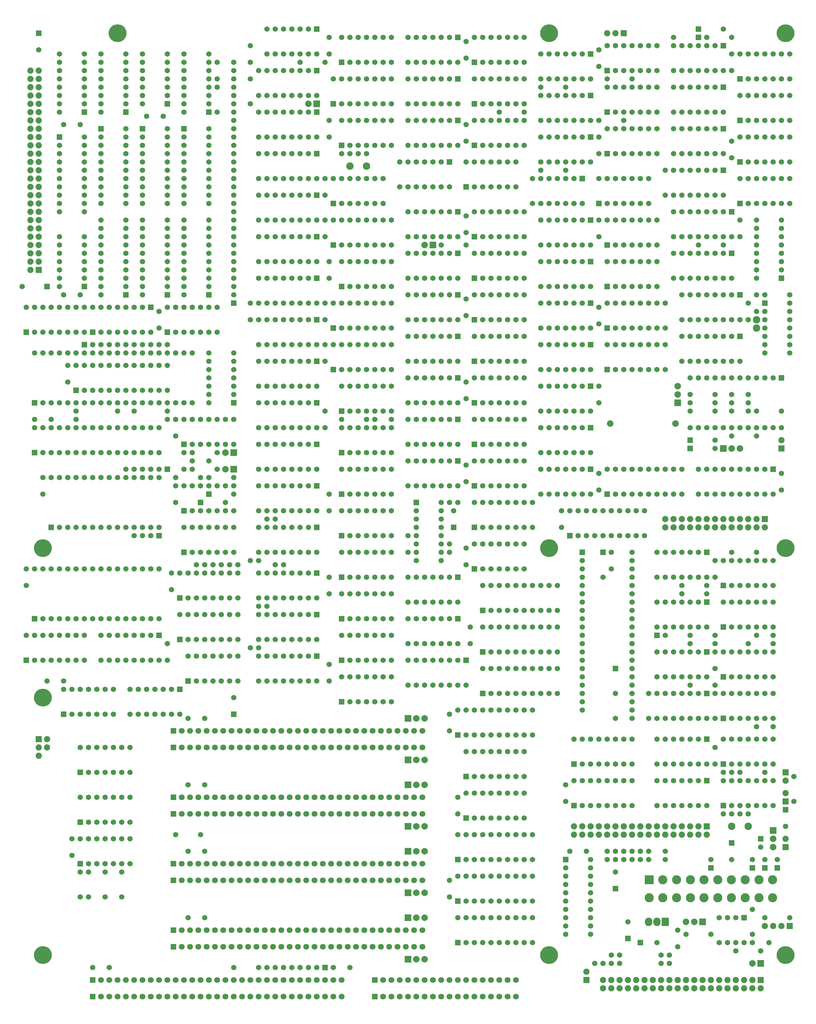
<source format=gts>
G04*
G04  File:            MAINBOARD-V10.7.1.GTS, Tue Oct 07 09:44:13 2025*
G04  Source:          P-CAD 2006 PCB, Version 19.02.958, (D:\PCAD-2006\Projects\Pentagon-4096\Hardware\MainBoard-v10.7.1.PCB)*
G04  Format:          Gerber Format (RS-274-D), ASCII*
G04*
G04  Format Options:  Absolute Positioning*
G04                   Leading-Zero Suppression*
G04                   Scale Factor 1:1*
G04                   NO Circular Interpolation*
G04                   Inch Units*
G04                   Numeric Format: 4.4 (XXXX.XXXX)*
G04                   G54 NOT Used for Aperture Change*
G04                   Apertures Embedded*
G04*
G04  File Options:    Offset = (0.0mil,0.0mil)*
G04                   Drill Symbol Size = 80.0mil*
G04                   No Pad/Via Holes*
G04*
G04  File Contents:   Pads*
G04                   No Vias*
G04                   No Designators*
G04                   No Types*
G04                   No Values*
G04                   No Drill Symbols*
G04                   Top Mask*
G04*
%INMAINBOARD-V10.7.1.GTS*%
%ICAS*%
%MOIN*%
G04*
G04  Aperture MACROs for general use --- invoked via D-code assignment *
G04*
G04  General MACRO for flashed round with rotation and/or offset hole *
%AMROTOFFROUND*
1,1,$1,0.0000,0.0000*
1,0,$2,$3,$4*%
G04*
G04  General MACRO for flashed oval (obround) with rotation and/or offset hole *
%AMROTOFFOVAL*
21,1,$1,$2,0.0000,0.0000,$3*
1,1,$4,$5,$6*
1,1,$4,0-$5,0-$6*
1,0,$7,$8,$9*%
G04*
G04  General MACRO for flashed oval (obround) with rotation and no hole *
%AMROTOVALNOHOLE*
21,1,$1,$2,0.0000,0.0000,$3*
1,1,$4,$5,$6*
1,1,$4,0-$5,0-$6*%
G04*
G04  General MACRO for flashed rectangle with rotation and/or offset hole *
%AMROTOFFRECT*
21,1,$1,$2,0.0000,0.0000,$3*
1,0,$4,$5,$6*%
G04*
G04  General MACRO for flashed rectangle with rotation and no hole *
%AMROTRECTNOHOLE*
21,1,$1,$2,0.0000,0.0000,$3*%
G04*
G04  General MACRO for flashed rounded-rectangle *
%AMROUNDRECT*
21,1,$1,$2-$4,0.0000,0.0000,$3*
21,1,$1-$4,$2,0.0000,0.0000,$3*
1,1,$4,$5,$6*
1,1,$4,$7,$8*
1,1,$4,0-$5,0-$6*
1,1,$4,0-$7,0-$8*
1,0,$9,$10,$11*%
G04*
G04  General MACRO for flashed rounded-rectangle with rotation and no hole *
%AMROUNDRECTNOHOLE*
21,1,$1,$2-$4,0.0000,0.0000,$3*
21,1,$1-$4,$2,0.0000,0.0000,$3*
1,1,$4,$5,$6*
1,1,$4,$7,$8*
1,1,$4,0-$5,0-$6*
1,1,$4,0-$7,0-$8*%
G04*
G04  General MACRO for flashed regular polygon *
%AMREGPOLY*
5,1,$1,0.0000,0.0000,$2,$3+$4*
1,0,$5,$6,$7*%
G04*
G04  General MACRO for flashed regular polygon with no hole *
%AMREGPOLYNOHOLE*
5,1,$1,0.0000,0.0000,$2,$3+$4*%
G04*
G04  General MACRO for target *
%AMTARGET*
6,0,0,$1,$2,$3,4,$4,$5,$6*%
G04*
G04  General MACRO for mounting hole *
%AMMTHOLE*
1,1,$1,0,0*
1,0,$2,0,0*
$1=$1-$2*
$1=$1/2*
21,1,$2+$1,$3,0,0,$4*
21,1,$3,$2+$1,0,0,$4*%
G04*
G04*
G04  D10 : "Ellipse X8.0mil Y8.0mil H0.0mil 0.0deg (0.0mil,0.0mil) Draw"*
G04  Disc: OuterDia=0.0080*
%ADD10C, 0.0080*%
G04  D11 : "Ellipse X10.0mil Y10.0mil H0.0mil 0.0deg (0.0mil,0.0mil) Draw"*
G04  Disc: OuterDia=0.0100*
%ADD11C, 0.0100*%
G04  D12 : "Ellipse X15.0mil Y15.0mil H0.0mil 0.0deg (0.0mil,0.0mil) Draw"*
G04  Disc: OuterDia=0.0150*
%ADD12C, 0.0150*%
G04  D13 : "Ellipse X20.0mil Y20.0mil H0.0mil 0.0deg (0.0mil,0.0mil) Draw"*
G04  Disc: OuterDia=0.0200*
%ADD13C, 0.0200*%
G04  D14 : "Ellipse X25.0mil Y25.0mil H0.0mil 0.0deg (0.0mil,0.0mil) Draw"*
G04  Disc: OuterDia=0.0250*
%ADD14C, 0.0250*%
G04  D15 : "Ellipse X30.0mil Y30.0mil H0.0mil 0.0deg (0.0mil,0.0mil) Draw"*
G04  Disc: OuterDia=0.0300*
%ADD15C, 0.0300*%
G04  D16 : "Ellipse X40.0mil Y40.0mil H0.0mil 0.0deg (0.0mil,0.0mil) Draw"*
G04  Disc: OuterDia=0.0400*
%ADD16C, 0.0400*%
G04  D17 : "Ellipse X5.0mil Y5.0mil H0.0mil 0.0deg (0.0mil,0.0mil) Draw"*
G04  Disc: OuterDia=0.0050*
%ADD17C, 0.0050*%
G04  D18 : "Ellipse X6.0mil Y6.0mil H0.0mil 0.0deg (0.0mil,0.0mil) Draw"*
G04  Disc: OuterDia=0.0060*
%ADD18C, 0.0060*%
G04  D19 : "Ellipse X9.8mil Y9.8mil H0.0mil 0.0deg (0.0mil,0.0mil) Draw"*
G04  Disc: OuterDia=0.0098*
%ADD19C, 0.0098*%
G04  D20 : "Ellipse X110.0mil Y110.0mil H0.0mil 0.0deg (0.0mil,0.0mil) Flash"*
G04  Disc: OuterDia=0.1100*
%ADD20C, 0.1100*%
G04  D21 : "Ellipse X200.0mil Y200.0mil H0.0mil 0.0deg (0.0mil,0.0mil) Flash"*
G04  Disc: OuterDia=0.2000*
%ADD21C, 0.2000*%
G04  D22 : "Ellipse X215.0mil Y215.0mil H0.0mil 0.0deg (0.0mil,0.0mil) Flash"*
G04  Disc: OuterDia=0.2150*
%ADD22C, 0.2150*%
G04  D23 : "Ellipse X50.0mil Y50.0mil H0.0mil 0.0deg (0.0mil,0.0mil) Flash"*
G04  Disc: OuterDia=0.0500*
%ADD23C, 0.0500*%
G04  D24 : "Ellipse X56.0mil Y56.0mil H0.0mil 0.0deg (0.0mil,0.0mil) Flash"*
G04  Disc: OuterDia=0.0560*
%ADD24C, 0.0560*%
G04  D25 : "Ellipse X60.0mil Y60.0mil H0.0mil 0.0deg (0.0mil,0.0mil) Flash"*
G04  Disc: OuterDia=0.0600*
%ADD25C, 0.0600*%
G04  D26 : "Ellipse X64.0mil Y64.0mil H0.0mil 0.0deg (0.0mil,0.0mil) Flash"*
G04  Disc: OuterDia=0.0640*
%ADD26C, 0.0640*%
G04  D27 : "Ellipse X65.0mil Y65.0mil H0.0mil 0.0deg (0.0mil,0.0mil) Flash"*
G04  Disc: OuterDia=0.0650*
%ADD27C, 0.0650*%
G04  D28 : "Ellipse X71.0mil Y71.0mil H0.0mil 0.0deg (0.0mil,0.0mil) Flash"*
G04  Disc: OuterDia=0.0710*
%ADD28C, 0.0710*%
G04  D29 : "Ellipse X75.0mil Y75.0mil H0.0mil 0.0deg (0.0mil,0.0mil) Flash"*
G04  Disc: OuterDia=0.0750*
%ADD29C, 0.0750*%
G04  D30 : "Ellipse X79.0mil Y79.0mil H0.0mil 0.0deg (0.0mil,0.0mil) Flash"*
G04  Disc: OuterDia=0.0790*
%ADD30C, 0.0790*%
G04  D31 : "Ellipse X90.0mil Y90.0mil H0.0mil 0.0deg (0.0mil,0.0mil) Flash"*
G04  Disc: OuterDia=0.0900*
%ADD31C, 0.0900*%
G04  D32 : "Ellipse X95.0mil Y95.0mil H0.0mil 0.0deg (0.0mil,0.0mil) Flash"*
G04  Disc: OuterDia=0.0950*
%ADD32C, 0.0950*%
G04  D33 : "Oval X75.0mil Y87.0mil H0.0mil 0.0deg (0.0mil,0.0mil) Flash"*
G04  Obround: DimX=0.0750, DimY=0.0870, Rotation=0.0, OffsetX=0.0000, OffsetY=0.0000, HoleDia=0.0000 *
%ADD33O, 0.0750 X0.0870*%
G04  D34 : "Oval X90.0mil Y102.0mil H0.0mil 0.0deg (0.0mil,0.0mil) Flash"*
G04  Obround: DimX=0.0900, DimY=0.1020, Rotation=0.0, OffsetX=0.0000, OffsetY=0.0000, HoleDia=0.0000 *
%ADD34O, 0.0900 X0.1020*%
G04  D35 : "Rectangle X110.0mil Y110.0mil H0.0mil 0.0deg (0.0mil,0.0mil) Flash"*
G04  Square: Side=0.1100, Rotation=0.0, OffsetX=0.0000, OffsetY=0.0000, HoleDia=0.0000*
%ADD35R, 0.1100 X0.1100*%
G04  D36 : "Rectangle X50.0mil Y50.0mil H0.0mil 0.0deg (0.0mil,0.0mil) Flash"*
G04  Square: Side=0.0500, Rotation=0.0, OffsetX=0.0000, OffsetY=0.0000, HoleDia=0.0000*
%ADD36R, 0.0500 X0.0500*%
G04  D37 : "Rectangle X56.0mil Y56.0mil H0.0mil 0.0deg (0.0mil,0.0mil) Flash"*
G04  Square: Side=0.0560, Rotation=0.0, OffsetX=0.0000, OffsetY=0.0000, HoleDia=0.0000*
%ADD37R, 0.0560 X0.0560*%
G04  D38 : "Rectangle X60.0mil Y60.0mil H0.0mil 0.0deg (0.0mil,0.0mil) Flash"*
G04  Square: Side=0.0600, Rotation=0.0, OffsetX=0.0000, OffsetY=0.0000, HoleDia=0.0000*
%ADD38R, 0.0600 X0.0600*%
G04  D39 : "Rectangle X64.0mil Y64.0mil H0.0mil 0.0deg (0.0mil,0.0mil) Flash"*
G04  Square: Side=0.0640, Rotation=0.0, OffsetX=0.0000, OffsetY=0.0000, HoleDia=0.0000*
%ADD39R, 0.0640 X0.0640*%
G04  D40 : "Rectangle X65.0mil Y65.0mil H0.0mil 0.0deg (0.0mil,0.0mil) Flash"*
G04  Square: Side=0.0650, Rotation=0.0, OffsetX=0.0000, OffsetY=0.0000, HoleDia=0.0000*
%ADD40R, 0.0650 X0.0650*%
G04  D41 : "Rectangle X71.0mil Y71.0mil H0.0mil 0.0deg (0.0mil,0.0mil) Flash"*
G04  Square: Side=0.0710, Rotation=0.0, OffsetX=0.0000, OffsetY=0.0000, HoleDia=0.0000*
%ADD41R, 0.0710 X0.0710*%
G04  D42 : "Rectangle X75.0mil Y75.0mil H0.0mil 0.0deg (0.0mil,0.0mil) Flash"*
G04  Square: Side=0.0750, Rotation=0.0, OffsetX=0.0000, OffsetY=0.0000, HoleDia=0.0000*
%ADD42R, 0.0750 X0.0750*%
G04  D43 : "Rectangle X75.0mil Y87.0mil H0.0mil 0.0deg (0.0mil,0.0mil) Flash"*
G04  Rectangular: DimX=0.0750, DimY=0.0870, Rotation=0.0, OffsetX=0.0000, OffsetY=0.0000, HoleDia=0.0000 *
%ADD43R, 0.0750 X0.0870*%
G04  D44 : "Rectangle X79.0mil Y79.0mil H0.0mil 0.0deg (0.0mil,0.0mil) Flash"*
G04  Square: Side=0.0790, Rotation=0.0, OffsetX=0.0000, OffsetY=0.0000, HoleDia=0.0000*
%ADD44R, 0.0790 X0.0790*%
G04  D45 : "Rectangle X90.0mil Y102.0mil H0.0mil 0.0deg (0.0mil,0.0mil) Flash"*
G04  Rectangular: DimX=0.0900, DimY=0.1020, Rotation=0.0, OffsetX=0.0000, OffsetY=0.0000, HoleDia=0.0000 *
%ADD45R, 0.0900 X0.1020*%
G04  D46 : "Rectangle X95.0mil Y95.0mil H0.0mil 0.0deg (0.0mil,0.0mil) Flash"*
G04  Square: Side=0.0950, Rotation=0.0, OffsetX=0.0000, OffsetY=0.0000, HoleDia=0.0000*
%ADD46R, 0.0950 X0.0950*%
G04  D47 : "Ellipse X102.0mil Y102.0mil H0.0mil 0.0deg (0.0mil,0.0mil) Flash"*
G04  Disc: OuterDia=0.1020*
%ADD47C, 0.1020*%
G04  D48 : "Ellipse X118.0mil Y118.0mil H0.0mil 0.0deg (0.0mil,0.0mil) Flash"*
G04  Disc: OuterDia=0.1180*
%ADD48C, 0.1180*%
G04  D49 : "Ellipse X133.0mil Y133.0mil H0.0mil 0.0deg (0.0mil,0.0mil) Flash"*
G04  Disc: OuterDia=0.1330*
%ADD49C, 0.1330*%
G04  D50 : "Ellipse X20.0mil Y20.0mil H0.0mil 0.0deg (0.0mil,0.0mil) Flash"*
G04  Disc: OuterDia=0.0200*
%ADD50C, 0.0200*%
G04  D51 : "Ellipse X35.0mil Y35.0mil H0.0mil 0.0deg (0.0mil,0.0mil) Flash"*
G04  Disc: OuterDia=0.0350*
%ADD51C, 0.0350*%
G04  D52 : "Ellipse X55.0mil Y55.0mil H0.0mil 0.0deg (0.0mil,0.0mil) Flash"*
G04  Disc: OuterDia=0.0550*
%ADD52C, 0.0550*%
G04  D53 : "Ellipse X70.0mil Y70.0mil H0.0mil 0.0deg (0.0mil,0.0mil) Flash"*
G04  Disc: OuterDia=0.0700*
%ADD53C, 0.0700*%
G04  D54 : "Ellipse X87.0mil Y87.0mil H0.0mil 0.0deg (0.0mil,0.0mil) Flash"*
G04  Disc: OuterDia=0.0870*
%ADD54C, 0.0870*%
G04*
%FSLAX44Y44*%
%SFA1B1*%
%OFA0.0000B0.0000*%
G04*
G70*
G90*
G01*
D2*
%LNTop Mask*%
D27*
X154000Y123500D3*
Y125500D3*
X155000Y153500D3*
Y155500D3*
Y183500D3*
Y185500D3*
Y204500D3*
Y206500D3*
D22*
X193500Y106500D3*
Y217500D3*
D27*
X104000Y162000D3*
Y164000D3*
X107000Y175500D3*
Y177500D3*
X109500Y116500D3*
Y113500D3*
X108500Y116500D3*
Y113500D3*
X111500Y116500D3*
Y113500D3*
X119000Y144000D3*
Y142000D3*
X118000Y177500D3*
Y174500D3*
X119000Y172000D3*
Y171000D3*
Y177500D3*
Y174500D3*
X118000Y184000D3*
Y182000D3*
X121000Y167000D3*
Y165000D3*
X125000Y208000D3*
Y211000D3*
Y214000D3*
Y212000D3*
X127500Y153500D3*
X126500D3*
X138500Y141500D3*
Y139500D3*
Y152000D3*
Y150000D3*
Y162000D3*
Y160000D3*
Y188000D3*
Y190000D3*
Y215000D3*
Y217000D3*
X148000Y155000D3*
Y157000D3*
X155000Y163500D3*
Y165500D3*
Y173500D3*
Y175500D3*
Y214500D3*
Y216500D3*
X167000Y125000D3*
Y127000D3*
X166500Y158000D3*
Y160000D3*
X172500Y105500D3*
Y106500D3*
X173000Y118000D3*
Y119000D3*
X172000D3*
Y118000D3*
D40*
X173000Y141000D3*
D27*
Y138000D3*
X172500Y155000D3*
Y153000D3*
X175000Y118000D3*
Y119000D3*
X176000Y118000D3*
Y119000D3*
X178500Y105500D3*
Y106500D3*
D40*
X184500Y117000D3*
D27*
Y118000D3*
X185000Y131500D3*
Y129500D3*
Y135000D3*
Y138000D3*
Y141000D3*
Y143000D3*
Y152000D3*
Y154000D3*
X187000Y202500D3*
Y204500D3*
Y213000D3*
Y215000D3*
D40*
X191000Y117000D3*
D27*
Y118000D3*
D40*
X190500Y120500D3*
D27*
Y119500D3*
X190000Y186000D3*
Y184000D3*
D42*
X193500Y128500D3*
D29*
Y127500D3*
D40*
Y124000D3*
D27*
Y122000D3*
D22*
Y155500D3*
D27*
X193000Y164500D3*
Y162500D3*
D40*
X110000Y181500D3*
D27*
Y184500D3*
X138500Y205000D3*
Y207000D3*
X155000Y193500D3*
Y195500D3*
X180500Y109500D3*
Y107500D3*
X188000Y195000D3*
Y193000D3*
X189500Y109000D3*
Y112000D3*
D22*
X104000Y106500D3*
D27*
X104500Y139500D3*
X106500D3*
X119500Y150500D3*
Y152500D3*
X115000Y172000D3*
X113000D3*
X118500Y207500D3*
X116500D3*
D22*
X113000Y217500D3*
D27*
X131000Y148500D3*
X130000D3*
X124000Y164000D3*
X127000D3*
X122000Y167000D3*
X125000D3*
X122000Y166000D3*
X124000D3*
X142000Y203000D3*
X143000D3*
X140000D3*
X141000D3*
X135000Y214000D3*
X138000D3*
D30*
X150000Y119000D3*
D44*
X148000D3*
D30*
X149000D3*
X150000Y122000D3*
D44*
X148000D3*
D30*
X149000D3*
X150000Y127000D3*
D44*
X148000D3*
D30*
X149000D3*
X150000Y130000D3*
D44*
X148000D3*
D30*
X149000D3*
D22*
X165000Y106500D3*
D27*
X162000Y208000D3*
X159000D3*
X167000Y211000D3*
X164000D3*
D22*
X165000Y217500D3*
D40*
X174500Y108500D3*
D27*
Y110500D3*
D40*
X173000Y114500D3*
D27*
Y116500D3*
X179000Y119000D3*
Y118000D3*
D40*
X178000Y145000D3*
D27*
X179000D3*
X171000Y162500D3*
Y164500D3*
X172000Y212000D3*
X175000D3*
X171000Y213500D3*
Y215500D3*
X187500Y107000D3*
X190500D3*
D31*
X187000Y122000D3*
X189000D3*
D27*
X190000Y134000D3*
X192000D3*
X185000Y139000D3*
X182000D3*
X185000Y145000D3*
X182000D3*
X192000D3*
X190000D3*
Y155000D3*
X187000D3*
Y169000D3*
X190000D3*
X182000Y173000D3*
X185000D3*
Y172000D3*
X182000D3*
X187000D3*
X189000D3*
Y173000D3*
X187000D3*
Y217000D3*
X184000D3*
X107500Y118500D3*
Y120500D3*
D22*
X104000Y137500D3*
Y155500D3*
D27*
X102000Y151000D3*
Y153000D3*
X108000Y172000D3*
Y171000D3*
X105000D3*
X103000D3*
D40*
X104500Y187000D3*
D27*
X101500D3*
X108500Y186000D3*
X106500D3*
X108500Y206500D3*
X106500D3*
X110000Y105000D3*
X112000D3*
X113500Y116500D3*
Y113500D3*
X116500Y138500D3*
X115500D3*
X118500D3*
X119500D3*
X115500Y135500D3*
X116500D3*
X119500D3*
X118500D3*
X117500Y138500D3*
X114500D3*
D40*
X120500D3*
D27*
X114500Y135500D3*
X117500D3*
X120500D3*
X115000Y165000D3*
X114000D3*
X117000D3*
X118000D3*
X116000D3*
D40*
X119000D3*
D27*
X120000Y161000D3*
Y163000D3*
X119000Y180000D3*
X118000D3*
X119000Y213000D3*
Y214000D3*
Y211000D3*
Y210000D3*
X116000Y214000D3*
Y213000D3*
Y210000D3*
Y211000D3*
X119000Y212000D3*
Y215000D3*
D40*
Y209000D3*
D27*
X116000Y215000D3*
Y212000D3*
Y209000D3*
X114000Y215000D3*
Y212000D3*
Y213000D3*
Y210000D3*
Y209000D3*
X111000Y215000D3*
Y213000D3*
Y212000D3*
Y209000D3*
Y210000D3*
X114000Y211000D3*
Y214000D3*
D40*
Y208000D3*
D27*
X111000Y214000D3*
Y211000D3*
Y208000D3*
X130000Y105000D3*
X127000D3*
X130000Y143500D3*
X129000D3*
D40*
X127000Y135500D3*
D27*
Y137500D3*
X123500Y153500D3*
X122500D3*
X125500D3*
X124500D3*
X130000Y154000D3*
X129000D3*
D30*
X126000Y167000D3*
D44*
X127000D3*
D30*
X126000Y165000D3*
D44*
X127000D3*
D40*
X124000Y162000D3*
D27*
X127000D3*
X122000Y165000D3*
X125000D3*
X127000Y177000D3*
Y178000D3*
Y175000D3*
Y174000D3*
X124000Y178000D3*
Y177000D3*
Y174000D3*
Y175000D3*
X127000Y176000D3*
Y179000D3*
D40*
Y173000D3*
D27*
X124000Y179000D3*
Y176000D3*
Y173000D3*
X129000Y183000D3*
Y185000D3*
Y209000D3*
Y212000D3*
Y216000D3*
Y214000D3*
X141000Y105000D3*
X139000D3*
X140000Y171000D3*
X143000D3*
X138000Y178000D3*
Y180000D3*
Y172000D3*
Y170000D3*
Y183000D3*
Y185000D3*
D31*
X141000Y201500D3*
X143000D3*
D27*
X138000Y198000D3*
Y200000D3*
X153000Y113500D3*
Y115500D3*
D30*
X150000Y135000D3*
D44*
X148000D3*
D30*
X149000D3*
D27*
X148000Y142000D3*
X151000D3*
X150000D3*
X153000D3*
X154000D3*
X148000Y139000D3*
X150000D3*
X151000D3*
X153000D3*
X154000D3*
X152000Y142000D3*
X149000D3*
D40*
X155000D3*
D27*
X149000Y139000D3*
X152000D3*
X155000D3*
X150000Y152000D3*
X149000D3*
X152000D3*
X153000D3*
X149000Y149000D3*
X150000D3*
X153000D3*
X152000D3*
X151000Y152000D3*
X148000D3*
D40*
X154000D3*
D27*
X148000Y149000D3*
X151000D3*
X154000D3*
X153000Y155000D3*
Y156000D3*
X150000Y166000D3*
X149000D3*
X152000D3*
X153000D3*
X149000Y163000D3*
X150000D3*
X153000D3*
X152000D3*
X151000Y166000D3*
X148000D3*
D40*
X154000D3*
D27*
X148000Y163000D3*
X151000D3*
X154000D3*
Y161000D3*
X153000D3*
D40*
X153500Y158000D3*
D27*
Y160000D3*
X150000Y176000D3*
X149000D3*
X152000D3*
X153000D3*
X149000Y173000D3*
X150000D3*
X153000D3*
X152000D3*
X151000Y176000D3*
X148000D3*
D40*
X154000D3*
D27*
X148000Y173000D3*
X151000D3*
X154000D3*
X152000Y192000D3*
X155000D3*
D30*
X150000D3*
D44*
X151000D3*
D27*
X150000Y191000D3*
X149000D3*
X152000D3*
X153000D3*
X149000Y188000D3*
X150000D3*
X153000D3*
X152000D3*
X151000Y191000D3*
X148000D3*
D40*
X154000D3*
D27*
X148000Y188000D3*
X151000D3*
X154000D3*
X150000Y186000D3*
X149000D3*
X152000D3*
X153000D3*
X149000Y183000D3*
X150000D3*
X153000D3*
X152000D3*
X151000Y186000D3*
X148000D3*
D40*
X154000D3*
D27*
X148000Y183000D3*
X151000D3*
X154000D3*
X149000Y202000D3*
X148000D3*
X151000D3*
X152000D3*
X148000Y199000D3*
X149000D3*
X152000D3*
X151000D3*
X150000Y202000D3*
X147000D3*
D40*
X153000D3*
D27*
X147000Y199000D3*
X150000D3*
X153000D3*
X150000Y212000D3*
X149000D3*
X152000D3*
X153000D3*
X149000Y209000D3*
X150000D3*
X153000D3*
X152000D3*
X151000Y212000D3*
X148000D3*
D40*
X154000D3*
D27*
X148000Y209000D3*
X151000D3*
X154000D3*
D22*
X165000Y155500D3*
D27*
X164000Y201000D3*
X167000D3*
X170500Y105500D3*
X171500D3*
X173500D3*
Y106500D3*
X179500Y105500D3*
Y106500D3*
D40*
X176000Y108000D3*
D27*
X178000D3*
X174000Y119000D3*
Y118000D3*
X177000D3*
Y119000D3*
X173000Y135000D3*
X175000D3*
D40*
X171500Y155000D3*
D27*
Y152000D3*
D30*
X180500Y174000D3*
Y175000D3*
D44*
Y173000D3*
D27*
X179000Y177000D3*
X176000D3*
X177000D3*
X174000D3*
X173000D3*
X179000Y180000D3*
X177000D3*
X176000D3*
X173000D3*
X174000D3*
X175000Y177000D3*
X178000D3*
D40*
X172000D3*
D27*
X178000Y180000D3*
X175000D3*
X172000D3*
X171000Y173000D3*
Y175000D3*
X176000Y187000D3*
X177000D3*
X174000D3*
X173000D3*
X177000Y190000D3*
X176000D3*
X173000D3*
X174000D3*
X175000Y187000D3*
X178000D3*
D40*
X172000D3*
D27*
X178000Y190000D3*
X175000D3*
X172000D3*
X179000Y182000D3*
X176000D3*
X177000D3*
X174000D3*
X173000D3*
X179000Y185000D3*
X177000D3*
X176000D3*
X173000D3*
X174000D3*
X175000Y182000D3*
X178000D3*
D40*
X172000D3*
D27*
X178000Y185000D3*
X175000D3*
X172000D3*
X171000Y182500D3*
Y184500D3*
X175000Y197000D3*
X176000D3*
X173000D3*
X172000D3*
X176000Y200000D3*
X175000D3*
X172000D3*
X173000D3*
X174000Y197000D3*
X177000D3*
D40*
X171000D3*
D27*
X177000Y200000D3*
X174000D3*
X171000D3*
Y203000D3*
Y205000D3*
X176000Y213000D3*
X177000D3*
X174000D3*
X173000D3*
X177000Y216000D3*
X176000D3*
X173000D3*
X174000D3*
X175000Y213000D3*
X178000D3*
D40*
X172000D3*
D27*
X178000Y216000D3*
X175000D3*
X172000D3*
X176000Y208000D3*
X177000D3*
X174000D3*
X173000D3*
X177000Y211000D3*
X176000D3*
X173000D3*
X174000D3*
X175000Y208000D3*
X178000D3*
D40*
X172000D3*
D27*
X178000Y211000D3*
X175000D3*
X172000D3*
X171000Y207000D3*
X174000D3*
D30*
X189500Y105500D3*
D44*
X190500D3*
D27*
X191500Y108000D3*
X189500D3*
D40*
Y117000D3*
D27*
Y118000D3*
D40*
X192500Y117000D3*
D27*
Y118000D3*
D40*
X187000Y120000D3*
D27*
Y118000D3*
X190000Y124500D3*
X191000D3*
X188000D3*
X187000D3*
X191000Y127500D3*
X190000D3*
X187000D3*
X188000D3*
X189000Y124500D3*
X192000D3*
D40*
X186000D3*
D27*
X192000Y127500D3*
X189000D3*
X186000D3*
X190000Y129500D3*
X191000D3*
X188000D3*
X187000D3*
X191000Y132500D3*
X190000D3*
X187000D3*
X188000D3*
X189000Y129500D3*
X192000D3*
D40*
X186000D3*
D27*
X192000Y132500D3*
X189000D3*
X186000D3*
Y123500D3*
X187000D3*
X188000D3*
X189000D3*
X191000Y128500D3*
X188000D3*
X187000D3*
X186000D3*
X190000Y135000D3*
X191000D3*
X188000D3*
X187000D3*
X191000Y138000D3*
X190000D3*
X187000D3*
X188000D3*
X189000Y135000D3*
X192000D3*
D40*
X186000D3*
D27*
X192000Y138000D3*
X189000D3*
X186000D3*
X190000Y140000D3*
X191000D3*
X188000D3*
X187000D3*
X191000Y143000D3*
X190000D3*
X187000D3*
X188000D3*
X189000Y140000D3*
X192000D3*
D40*
X186000D3*
D27*
X192000Y143000D3*
X189000D3*
X186000D3*
X192000Y144000D3*
X189000D3*
X185000D3*
X182000D3*
X190000Y146000D3*
X191000D3*
X188000D3*
X187000D3*
X191000Y149000D3*
X190000D3*
X187000D3*
X188000D3*
X189000Y146000D3*
X192000D3*
D40*
X186000D3*
D27*
X192000Y149000D3*
X189000D3*
X186000D3*
X190000Y151000D3*
X191000D3*
X188000D3*
X187000D3*
X191000Y154000D3*
X190000D3*
X187000D3*
X188000D3*
X189000Y151000D3*
X192000D3*
D40*
X186000D3*
D27*
X192000Y154000D3*
X189000D3*
X186000D3*
D40*
X182000Y167500D3*
D27*
X185000D3*
D30*
X188000D3*
D44*
X186000D3*
D30*
X187000D3*
D27*
X184000Y165000D3*
X183000D3*
X187000D3*
X186000D3*
X190000D3*
X189000D3*
D40*
X192000D3*
D27*
X184000Y162000D3*
X183000D3*
X187000D3*
X186000D3*
X190000D3*
X189000D3*
X192000D3*
X185000Y165000D3*
X188000D3*
X191000D3*
X185000Y162000D3*
X188000D3*
X191000D3*
X185000Y174000D3*
X182000D3*
X189000D3*
X187000D3*
X183000Y192000D3*
X186000D3*
X189000Y185000D3*
Y183000D3*
X194500Y125000D3*
Y128000D3*
D29*
X104500Y132500D3*
Y131500D3*
X103500Y130500D3*
D42*
Y132500D3*
D29*
Y131500D3*
D40*
Y217500D3*
D27*
Y215500D3*
X111000Y145000D3*
X114000D3*
X113000D3*
X116000D3*
X117000D3*
X111000Y142000D3*
X113000D3*
X114000D3*
X116000D3*
X117000D3*
X115000Y145000D3*
X112000D3*
D40*
X118000D3*
D27*
X112000Y142000D3*
X115000D3*
X118000D3*
X119000Y194000D3*
Y195000D3*
Y191000D3*
Y192000D3*
Y188000D3*
Y189000D3*
D40*
Y186000D3*
D27*
X116000Y194000D3*
Y195000D3*
Y191000D3*
Y192000D3*
Y188000D3*
Y189000D3*
Y186000D3*
X119000Y193000D3*
Y190000D3*
Y187000D3*
X116000Y193000D3*
Y190000D3*
Y187000D3*
X114000Y194000D3*
Y195000D3*
Y191000D3*
Y192000D3*
Y188000D3*
Y189000D3*
D40*
Y186000D3*
D27*
X111000Y194000D3*
Y195000D3*
Y191000D3*
Y192000D3*
Y188000D3*
Y189000D3*
Y186000D3*
X114000Y193000D3*
Y190000D3*
Y187000D3*
X111000Y193000D3*
Y190000D3*
Y187000D3*
X113000Y184500D3*
X112000D3*
X115000D3*
X116000D3*
X112000Y181500D3*
X113000D3*
X116000D3*
X115000D3*
X114000Y184500D3*
X111000D3*
D40*
X117000D3*
D27*
X111000Y181500D3*
X114000D3*
X117000D3*
Y157000D3*
X116000D3*
D40*
X118000D3*
D27*
X115000D3*
X120000Y169000D3*
Y171000D3*
X138000Y193000D3*
Y195000D3*
X150000Y147000D3*
X149000D3*
X152000D3*
X153000D3*
X149000Y144000D3*
X150000D3*
X153000D3*
X152000D3*
X151000Y147000D3*
X148000D3*
D40*
X154000D3*
D27*
X148000Y144000D3*
X151000D3*
X154000D3*
X155500Y146000D3*
Y144000D3*
X153000Y133500D3*
Y135500D3*
X150000Y181000D3*
X149000D3*
X152000D3*
X153000D3*
X149000Y178000D3*
X150000D3*
X153000D3*
X152000D3*
X151000Y181000D3*
X148000D3*
D40*
X154000D3*
D27*
X148000Y178000D3*
X151000D3*
X154000D3*
X150000Y171000D3*
X149000D3*
X152000D3*
X153000D3*
X149000Y168000D3*
X150000D3*
X153000D3*
X152000D3*
X151000Y171000D3*
X148000D3*
D40*
X154000D3*
D27*
X148000Y168000D3*
X151000D3*
X154000D3*
X150000Y196000D3*
X149000D3*
X152000D3*
X153000D3*
X149000Y193000D3*
X150000D3*
X153000D3*
X152000D3*
X151000Y196000D3*
X148000D3*
D40*
X154000D3*
D27*
X148000Y193000D3*
X151000D3*
X154000D3*
X149000Y154000D3*
Y157000D3*
Y156000D3*
Y159000D3*
Y160000D3*
X152000Y154000D3*
Y156000D3*
Y157000D3*
Y160000D3*
Y159000D3*
X149000Y158000D3*
Y155000D3*
D40*
Y161000D3*
D27*
X152000Y155000D3*
Y158000D3*
Y161000D3*
X150000Y207000D3*
X149000D3*
X152000D3*
X153000D3*
X149000Y204000D3*
X150000D3*
X153000D3*
X152000D3*
X151000Y207000D3*
X148000D3*
D40*
X154000D3*
D27*
X148000Y204000D3*
X151000D3*
X154000D3*
X150000Y217000D3*
X149000D3*
X152000D3*
X153000D3*
X149000Y214000D3*
X150000D3*
X153000D3*
X152000D3*
X151000Y217000D3*
X148000D3*
D40*
X154000D3*
D27*
X148000Y214000D3*
X151000D3*
X154000D3*
D45*
X179000Y110500D3*
D34*
X177000D3*
X178000D3*
D30*
X180250Y170500D3*
X172375D3*
D27*
X176000Y192000D3*
X177000D3*
X174000D3*
X173000D3*
X177000Y195000D3*
X176000D3*
X173000D3*
X174000D3*
X175000Y192000D3*
X178000D3*
D40*
X172000D3*
D27*
X178000Y195000D3*
X175000D3*
X172000D3*
X171000Y193000D3*
Y195000D3*
X176000Y203000D3*
X177000D3*
X174000D3*
X173000D3*
X177000Y206000D3*
X176000D3*
X173000D3*
X174000D3*
X175000Y203000D3*
X178000D3*
D40*
X172000D3*
D27*
X178000Y206000D3*
X175000D3*
X172000D3*
D30*
X192000Y119500D3*
D44*
Y121500D3*
D30*
Y120500D3*
D27*
X186500Y111000D3*
X185500D3*
D40*
X188500D3*
D27*
X186500Y108000D3*
X185500D3*
X188500D3*
X187500Y111000D3*
Y108000D3*
D31*
X190000Y183000D3*
Y182000D3*
D40*
X182000Y168500D3*
D27*
X185000D3*
D40*
X183000Y218000D3*
D27*
X186000D3*
D29*
X102500Y212000D3*
Y213000D3*
Y209000D3*
Y210000D3*
Y206000D3*
Y207000D3*
Y203000D3*
Y204000D3*
Y200000D3*
Y201000D3*
Y197000D3*
Y198000D3*
Y194000D3*
Y195000D3*
Y191000D3*
Y192000D3*
Y189000D3*
Y211000D3*
Y208000D3*
Y205000D3*
Y202000D3*
Y199000D3*
Y196000D3*
Y193000D3*
Y190000D3*
X103500Y212000D3*
Y213000D3*
Y209000D3*
Y210000D3*
Y206000D3*
Y207000D3*
Y203000D3*
Y204000D3*
Y200000D3*
Y201000D3*
Y197000D3*
Y198000D3*
Y194000D3*
Y195000D3*
Y191000D3*
Y192000D3*
D42*
Y189000D3*
D29*
Y211000D3*
Y208000D3*
Y205000D3*
Y202000D3*
Y199000D3*
Y196000D3*
Y193000D3*
Y190000D3*
D27*
X106000Y197000D3*
Y196000D3*
Y200000D3*
Y199000D3*
Y203000D3*
Y202000D3*
D40*
Y205000D3*
D27*
X109000Y197000D3*
Y196000D3*
Y200000D3*
Y199000D3*
Y203000D3*
Y202000D3*
Y205000D3*
X106000Y198000D3*
Y201000D3*
Y204000D3*
X109000Y198000D3*
Y201000D3*
Y204000D3*
X116000Y198000D3*
Y197000D3*
Y201000D3*
Y200000D3*
Y204000D3*
Y203000D3*
D40*
Y206000D3*
D27*
X119000Y198000D3*
Y197000D3*
Y201000D3*
Y200000D3*
Y204000D3*
Y203000D3*
Y206000D3*
X116000Y199000D3*
Y202000D3*
Y205000D3*
X119000Y199000D3*
Y202000D3*
Y205000D3*
X111000Y198000D3*
Y197000D3*
Y201000D3*
Y200000D3*
Y204000D3*
Y203000D3*
D40*
Y206000D3*
D27*
X114000Y198000D3*
Y197000D3*
Y201000D3*
Y200000D3*
Y204000D3*
Y203000D3*
Y206000D3*
X111000Y199000D3*
Y202000D3*
Y205000D3*
X114000Y199000D3*
Y202000D3*
Y205000D3*
X127000Y214000D3*
Y213000D3*
Y211000D3*
Y210000D3*
Y208000D3*
Y207000D3*
Y205000D3*
Y204000D3*
Y202000D3*
Y201000D3*
Y199000D3*
Y198000D3*
Y196000D3*
Y195000D3*
Y193000D3*
Y192000D3*
Y190000D3*
Y189000D3*
Y187000D3*
Y186000D3*
Y212000D3*
Y209000D3*
Y206000D3*
Y203000D3*
Y200000D3*
Y197000D3*
Y194000D3*
Y191000D3*
Y188000D3*
D40*
Y185000D3*
D30*
X150000Y106000D3*
D44*
X148000D3*
D30*
X149000D3*
D27*
X123500Y119000D3*
X121500D3*
X120000Y121000D3*
X123000D3*
X123500Y127000D3*
X121500D3*
D40*
X123000Y161000D3*
D27*
X126000D3*
X123000Y164000D3*
X120000D3*
D30*
X136000Y209000D3*
D44*
X137000D3*
D27*
X181500Y109000D3*
X184500D3*
X167500Y119000D3*
X169500D3*
X184000Y151000D3*
X181000D3*
X193000Y172000D3*
X190000D3*
D42*
X174000Y217500D3*
D29*
X172000D3*
X173000D3*
D40*
X183000Y217000D3*
D27*
X180000D3*
X131000Y105000D3*
X133000D3*
X134000D3*
X136000D3*
X137000D3*
X132000D3*
X135000D3*
D40*
X138000D3*
D30*
X150000Y114000D3*
D44*
X148000D3*
D30*
X149000D3*
X150000Y111000D3*
D44*
X148000D3*
D30*
X149000D3*
D27*
X112500Y117500D3*
X113500D3*
X110500D3*
X109500D3*
X113500Y120500D3*
X112500D3*
X109500D3*
X110500D3*
X111500Y117500D3*
X114500D3*
D40*
X108500D3*
D27*
X114500Y120500D3*
X111500D3*
X108500D3*
X123500Y111000D3*
X121500D3*
X112500Y122500D3*
X113500D3*
X110500D3*
X109500D3*
X113500Y125500D3*
X112500D3*
X109500D3*
X110500D3*
X111500Y122500D3*
X114500D3*
D40*
X108500D3*
D27*
X114500Y125500D3*
X111500D3*
X108500D3*
X112500Y128500D3*
X113500D3*
X110500D3*
X109500D3*
X113500Y131500D3*
X112500D3*
X109500D3*
X110500D3*
X111500Y128500D3*
X114500D3*
D40*
X108500D3*
D27*
X114500Y131500D3*
X111500D3*
X108500D3*
X125500Y139500D3*
X126500D3*
X123500D3*
X122500D3*
X126500Y142500D3*
X125500D3*
X122500D3*
X123500D3*
X124500Y139500D3*
X127500D3*
D40*
X121500D3*
D27*
X127500Y142500D3*
X124500D3*
X121500D3*
X144000Y142000D3*
X145000D3*
X142000D3*
X141000D3*
X145000Y145000D3*
X144000D3*
X141000D3*
X142000D3*
X143000Y142000D3*
X146000D3*
D40*
X140000D3*
D27*
X146000Y145000D3*
X143000D3*
X140000D3*
X110500Y135500D3*
X111500D3*
X108500D3*
X107500D3*
X111500Y138500D3*
X110500D3*
X107500D3*
X108500D3*
X109500Y135500D3*
X112500D3*
D40*
X106500D3*
D27*
X112500Y138500D3*
X109500D3*
X106500D3*
X130000Y142500D3*
X133000D3*
X132000D3*
X135000D3*
X136000D3*
X130000Y139500D3*
X132000D3*
X133000D3*
X136000D3*
X135000D3*
X134000Y142500D3*
X131000D3*
D40*
X137000D3*
D27*
X131000Y139500D3*
X134000D3*
X137000D3*
X144000Y137000D3*
X145000D3*
X142000D3*
X141000D3*
X145000Y140000D3*
X144000D3*
X141000D3*
X142000D3*
X143000Y137000D3*
X146000D3*
D40*
X140000D3*
D27*
X146000Y140000D3*
X143000D3*
X140000D3*
X123500Y135000D3*
X121500D3*
X144000Y147000D3*
X145000D3*
X142000D3*
X141000D3*
X145000Y150000D3*
X144000D3*
X141000D3*
X142000D3*
X143000Y147000D3*
X146000D3*
D40*
X140000D3*
D27*
X146000Y150000D3*
X143000D3*
X140000D3*
X127500Y149500D3*
X124500D3*
X125500D3*
X122500D3*
X121500D3*
X127500Y152500D3*
X125500D3*
X124500D3*
X122500D3*
X121500D3*
X123500Y149500D3*
X126500D3*
D40*
X120500D3*
D27*
X126500Y152500D3*
X123500D3*
X120500D3*
X130000D3*
X133000D3*
X132000D3*
X135000D3*
X136000D3*
X130000Y149500D3*
X132000D3*
X133000D3*
X135000D3*
X136000D3*
X134000Y152500D3*
X131000D3*
D40*
X137000D3*
D27*
X131000Y149500D3*
X134000D3*
X137000D3*
X144000Y152000D3*
X145000D3*
X142000D3*
X141000D3*
X145000Y155000D3*
X144000D3*
X141000D3*
X142000D3*
X143000Y152000D3*
X146000D3*
D40*
X140000D3*
D27*
X146000Y155000D3*
X143000D3*
X140000D3*
X133000Y153500D3*
X132000D3*
X125000Y160000D3*
X126000D3*
X123000D3*
X122000D3*
X126000Y163000D3*
X125000D3*
X122000D3*
X123000D3*
X124000Y160000D3*
X127000D3*
D40*
X121000D3*
D27*
X127000Y163000D3*
X124000D3*
X121000D3*
X118000Y158000D3*
X116000D3*
X115000D3*
X113000D3*
X112000D3*
X110000D3*
X109000D3*
X107000D3*
X106000D3*
X118000Y164000D3*
X116000D3*
X115000D3*
X113000D3*
X112000D3*
X110000D3*
X109000D3*
X107000D3*
X106000D3*
X117000Y158000D3*
X114000D3*
X111000D3*
X108000D3*
D40*
X105000D3*
D27*
X117000Y164000D3*
X114000D3*
X111000D3*
X105000D3*
X108000D3*
X144000Y162000D3*
X145000D3*
X142000D3*
X141000D3*
X145000Y165000D3*
X144000D3*
X141000D3*
X142000D3*
X143000Y162000D3*
X146000D3*
D40*
X140000D3*
D27*
X146000Y165000D3*
X143000D3*
X140000D3*
X130000Y168000D3*
X133000D3*
X132000D3*
X135000D3*
X136000D3*
X130000Y165000D3*
X132000D3*
X133000D3*
X135000D3*
X136000D3*
X134000Y168000D3*
X131000D3*
D40*
X137000D3*
D27*
X131000Y165000D3*
X134000D3*
X137000D3*
X130000Y163000D3*
X133000D3*
X132000D3*
X135000D3*
X136000D3*
X130000Y160000D3*
X132000D3*
X133000D3*
X135000D3*
X136000D3*
X134000Y163000D3*
X131000D3*
D40*
X137000D3*
D27*
X131000Y160000D3*
X134000D3*
X137000D3*
X131000Y159000D3*
X132000D3*
X146000Y177000D3*
X143000D3*
X144000D3*
X141000D3*
X140000D3*
X146000Y180000D3*
X144000D3*
X143000D3*
X141000D3*
X140000D3*
X142000Y177000D3*
X145000D3*
D40*
X139000D3*
D27*
X145000Y180000D3*
X142000D3*
X139000D3*
X144000Y172000D3*
X145000D3*
X142000D3*
X141000D3*
X145000Y175000D3*
X144000D3*
X141000D3*
X142000D3*
X143000Y172000D3*
X146000D3*
D40*
X140000D3*
D27*
X146000Y175000D3*
X143000D3*
X140000D3*
X116000Y174500D3*
X117000D3*
X113000D3*
X114000D3*
X110000D3*
X111000D3*
D40*
X108000D3*
D27*
X116000Y177500D3*
X117000D3*
X113000D3*
X114000D3*
X110000D3*
X111000D3*
X108000D3*
X115000Y174500D3*
X112000D3*
X109000D3*
X115000Y177500D3*
X112000D3*
X109000D3*
X130000Y173000D3*
X133000D3*
X132000D3*
X135000D3*
X136000D3*
X130000Y170000D3*
X132000D3*
X133000D3*
X135000D3*
X136000D3*
X134000Y173000D3*
X131000D3*
D40*
X137000D3*
D27*
X131000Y170000D3*
X134000D3*
X137000D3*
X130000Y178000D3*
X133000D3*
X132000D3*
X135000D3*
X136000D3*
X130000Y175000D3*
X132000D3*
X133000D3*
X135000D3*
X136000D3*
X134000Y178000D3*
X131000D3*
D40*
X137000D3*
D27*
X131000Y175000D3*
X134000D3*
X137000D3*
X110000Y180000D3*
X111000D3*
X113000D3*
X114000D3*
X116000D3*
X117000D3*
D40*
X109000D3*
D27*
X112000D3*
X115000D3*
X146000Y171000D3*
X144000D3*
Y187000D3*
X145000D3*
X142000D3*
X141000D3*
X145000Y190000D3*
X144000D3*
X141000D3*
X142000D3*
X143000Y187000D3*
X146000D3*
D40*
X140000D3*
D27*
X146000Y190000D3*
X143000D3*
X140000D3*
X146000Y182000D3*
X143000D3*
X144000D3*
X141000D3*
X140000D3*
X146000Y185000D3*
X144000D3*
X143000D3*
X141000D3*
X140000D3*
X142000Y182000D3*
X145000D3*
D40*
X139000D3*
D27*
X145000Y185000D3*
X142000D3*
X139000D3*
X130000Y188000D3*
X133000D3*
X132000D3*
X135000D3*
X136000D3*
X130000Y185000D3*
X132000D3*
X133000D3*
X135000D3*
X136000D3*
X134000Y188000D3*
X131000D3*
D40*
X137000D3*
D27*
X131000Y185000D3*
X134000D3*
X137000D3*
X143000Y197000D3*
X144000D3*
X141000D3*
X140000D3*
X144000Y200000D3*
X143000D3*
X140000D3*
X141000D3*
X142000Y197000D3*
X145000D3*
D40*
X139000D3*
D27*
X145000Y200000D3*
X142000D3*
X139000D3*
X130000Y198000D3*
X133000D3*
X132000D3*
X135000D3*
X136000D3*
X130000Y195000D3*
X132000D3*
X133000D3*
X135000D3*
X136000D3*
X134000Y198000D3*
X131000D3*
D40*
X137000D3*
D27*
X131000Y195000D3*
X134000D3*
X137000D3*
X130000Y203000D3*
X133000D3*
X132000D3*
X135000D3*
X136000D3*
X130000Y200000D3*
X132000D3*
X133000D3*
X135000D3*
X136000D3*
X134000Y203000D3*
X131000D3*
D40*
X137000D3*
D27*
X131000Y200000D3*
X134000D3*
X137000D3*
X146000Y209000D3*
X143000D3*
X144000D3*
X141000D3*
X140000D3*
X146000Y212000D3*
X144000D3*
X143000D3*
X141000D3*
X140000D3*
X142000Y209000D3*
X145000D3*
D40*
X139000D3*
D27*
X145000Y212000D3*
X142000D3*
X139000D3*
X130000Y213000D3*
X133000D3*
X132000D3*
X135000D3*
X136000D3*
X130000Y210000D3*
X132000D3*
X133000D3*
X135000D3*
X136000D3*
X134000Y213000D3*
X131000D3*
D40*
X137000D3*
D27*
X131000Y210000D3*
X134000D3*
X137000D3*
X144000Y214000D3*
X145000D3*
X142000D3*
X141000D3*
X145000Y217000D3*
X144000D3*
X141000D3*
X142000D3*
X143000Y214000D3*
X146000D3*
D40*
X140000D3*
D27*
X146000Y217000D3*
X143000D3*
X140000D3*
X124000Y215000D3*
Y212000D3*
Y213000D3*
Y210000D3*
Y209000D3*
X121000Y215000D3*
Y213000D3*
Y212000D3*
Y209000D3*
Y210000D3*
X124000Y211000D3*
Y214000D3*
D40*
Y208000D3*
D27*
X121000Y214000D3*
Y211000D3*
Y208000D3*
X109000Y215000D3*
Y212000D3*
Y213000D3*
Y210000D3*
Y209000D3*
X106000Y215000D3*
Y213000D3*
Y212000D3*
Y209000D3*
Y210000D3*
X109000Y211000D3*
Y214000D3*
D40*
Y208000D3*
D27*
X106000Y214000D3*
Y211000D3*
Y208000D3*
D42*
X169500Y103500D3*
D29*
Y104500D3*
X171500Y102500D3*
X174500D3*
X173500D3*
X177500D3*
X176500D3*
X180500D3*
X179500D3*
X183500D3*
X182500D3*
X186500D3*
X185500D3*
X189500D3*
X188500D3*
X172500D3*
X175500D3*
X178500D3*
X181500D3*
X184500D3*
X187500D3*
X190500D3*
X171500Y103500D3*
X174500D3*
X173500D3*
X177500D3*
X176500D3*
X180500D3*
X179500D3*
X183500D3*
X182500D3*
X186500D3*
X185500D3*
X189500D3*
X188500D3*
X172500D3*
X175500D3*
X178500D3*
X181500D3*
X184500D3*
X187500D3*
D42*
X190500D3*
D20*
X177059Y113417D3*
D35*
Y115582D3*
D20*
X180366Y113417D3*
Y115582D3*
X183673Y113417D3*
Y115582D3*
X185326Y113417D3*
Y115582D3*
X188633Y113417D3*
Y115582D3*
X191940Y113417D3*
Y115582D3*
X178712Y113417D3*
X182019D3*
Y115582D3*
X178712D3*
X190287Y113417D3*
X186980D3*
X190287Y115582D3*
X186980D3*
D30*
X182500Y110500D3*
X181500D3*
D44*
X183500D3*
D42*
X193500Y119500D3*
D29*
Y120500D3*
D27*
X162000Y113000D3*
X163000D3*
X159000D3*
X160000D3*
X156000D3*
X157000D3*
D40*
X154000D3*
D27*
X162000Y116000D3*
X163000D3*
X159000D3*
X160000D3*
X156000D3*
X157000D3*
X154000D3*
X161000Y113000D3*
X158000D3*
X155000D3*
X161000Y116000D3*
X158000D3*
X155000D3*
X162000Y118000D3*
X163000D3*
X159000D3*
X160000D3*
X156000D3*
X157000D3*
D40*
X154000D3*
D27*
X162000Y121000D3*
X163000D3*
X159000D3*
X160000D3*
X156000D3*
X157000D3*
X154000D3*
X161000Y118000D3*
X158000D3*
X155000D3*
X161000Y121000D3*
X158000D3*
X155000D3*
X191000Y111000D3*
X194000D3*
D42*
X193500Y125000D3*
D29*
Y126000D3*
D27*
X175000Y129500D3*
X172000D3*
X173000D3*
X170000D3*
X169000D3*
X175000Y132500D3*
X173000D3*
X172000D3*
X170000D3*
X169000D3*
X171000Y129500D3*
X174000D3*
D40*
X168000D3*
D27*
X174000Y132500D3*
X171000D3*
X168000D3*
X175000Y124500D3*
X172000D3*
X173000D3*
X170000D3*
X169000D3*
X175000Y127500D3*
X173000D3*
X172000D3*
X170000D3*
X169000D3*
X171000Y124500D3*
X174000D3*
D40*
X168000D3*
D27*
X174000Y127500D3*
X171000D3*
X168000D3*
X180000D3*
X179000D3*
X182000D3*
X183000D3*
X179000Y124500D3*
X180000D3*
X183000D3*
X182000D3*
X181000Y127500D3*
X178000D3*
D40*
X184000D3*
D27*
X178000Y124500D3*
X181000D3*
X184000D3*
X180000Y132500D3*
X179000D3*
X182000D3*
X183000D3*
X179000Y129500D3*
X180000D3*
X183000D3*
X182000D3*
X181000Y132500D3*
X178000D3*
D40*
X184000D3*
D27*
X178000Y129500D3*
X181000D3*
X184000D3*
X162000Y123000D3*
X159000D3*
X160000D3*
X157000D3*
X156000D3*
X162000Y126000D3*
X160000D3*
X159000D3*
X157000D3*
X156000D3*
X158000Y123000D3*
X161000D3*
D40*
X155000D3*
D27*
X161000Y126000D3*
X158000D3*
X155000D3*
X162000Y128000D3*
X159000D3*
X160000D3*
X157000D3*
X156000D3*
X162000Y131000D3*
X160000D3*
X159000D3*
X157000D3*
X156000D3*
X158000Y128000D3*
X161000D3*
D40*
X155000D3*
D27*
X161000Y131000D3*
X158000D3*
X155000D3*
X165000Y138000D3*
X166000D3*
X162000D3*
X163000D3*
X159000D3*
X160000D3*
D40*
X157000D3*
D27*
X165000Y141000D3*
X166000D3*
X162000D3*
X163000D3*
X159000D3*
X160000D3*
X157000D3*
X164000Y138000D3*
X161000D3*
X158000D3*
X164000Y141000D3*
X161000D3*
X158000D3*
X177000Y138000D3*
X180000D3*
X179000D3*
X182000D3*
X183000D3*
X177000Y135000D3*
X179000D3*
X180000D3*
X183000D3*
X182000D3*
X181000Y138000D3*
X178000D3*
D40*
X184000D3*
D27*
X178000Y135000D3*
X181000D3*
X184000D3*
X180000Y143000D3*
X179000D3*
X182000D3*
X183000D3*
X179000Y140000D3*
X180000D3*
X183000D3*
X182000D3*
X181000Y143000D3*
X178000D3*
D40*
X184000D3*
D27*
X178000Y140000D3*
X181000D3*
X184000D3*
X165000Y148000D3*
X166000D3*
X162000D3*
X163000D3*
X159000D3*
X160000D3*
D40*
X157000D3*
D27*
X165000Y151000D3*
X166000D3*
X162000D3*
X163000D3*
X159000D3*
X160000D3*
X157000D3*
X164000Y148000D3*
X161000D3*
X158000D3*
X164000Y151000D3*
X161000D3*
X158000D3*
X160000Y153000D3*
X161000D3*
X158000D3*
X157000D3*
X161000Y156000D3*
X160000D3*
X157000D3*
X158000D3*
X159000Y153000D3*
X162000D3*
D40*
X156000D3*
D27*
X162000Y156000D3*
X159000D3*
X156000D3*
X180000Y155000D3*
X179000D3*
X182000D3*
X183000D3*
X179000Y152000D3*
X180000D3*
X183000D3*
X182000D3*
X181000Y155000D3*
X178000D3*
D40*
X184000D3*
D27*
X178000Y152000D3*
X181000D3*
X184000D3*
X180000Y149000D3*
X179000D3*
X182000D3*
X183000D3*
X179000Y146000D3*
X180000D3*
X183000D3*
X182000D3*
X181000Y149000D3*
X178000D3*
D40*
X184000D3*
D27*
X178000Y146000D3*
X181000D3*
X184000D3*
Y150000D3*
X181000D3*
X163000Y158000D3*
X160000D3*
X161000D3*
X158000D3*
X157000D3*
X163000Y161000D3*
X161000D3*
X160000D3*
X157000D3*
X158000D3*
X159000Y158000D3*
X162000D3*
D40*
X156000D3*
D27*
X162000Y161000D3*
X159000D3*
X156000D3*
X180000Y162000D3*
X181000D3*
X177000D3*
X178000D3*
X174000D3*
X175000D3*
D40*
X172000D3*
D27*
X180000Y165000D3*
X181000D3*
X177000D3*
X178000D3*
X174000D3*
X175000D3*
X172000D3*
X179000Y162000D3*
X176000D3*
X173000D3*
X179000Y165000D3*
X176000D3*
X173000D3*
X160000Y163000D3*
X161000D3*
X158000D3*
X157000D3*
X161000Y166000D3*
X160000D3*
X157000D3*
X158000D3*
X159000Y163000D3*
X162000D3*
D40*
X156000D3*
D27*
X162000Y166000D3*
X159000D3*
X156000D3*
X166000Y165000D3*
X165000D3*
X168000D3*
X169000D3*
X165000Y162000D3*
X166000D3*
X169000D3*
X168000D3*
X167000Y165000D3*
X164000D3*
D40*
X170000D3*
D27*
X164000Y162000D3*
X167000D3*
X170000D3*
X183000Y176000D3*
X184000D3*
X186000D3*
X187000D3*
X189000D3*
X190000D3*
X192000D3*
D40*
X193000D3*
D27*
X183000Y170000D3*
X184000D3*
X186000D3*
X187000D3*
X190000D3*
X189000D3*
X192000D3*
X193000D3*
X182000Y176000D3*
X185000D3*
X188000D3*
X191000D3*
X182000Y170000D3*
X185000D3*
X188000D3*
X191000D3*
X160000Y178000D3*
X161000D3*
X158000D3*
X157000D3*
X161000Y181000D3*
X160000D3*
X157000D3*
X158000D3*
X159000Y178000D3*
X162000D3*
D40*
X156000D3*
D27*
X162000Y181000D3*
X159000D3*
X156000D3*
X160000Y173000D3*
X161000D3*
X158000D3*
X157000D3*
X161000Y176000D3*
X160000D3*
X157000D3*
X158000D3*
X159000Y173000D3*
X162000D3*
D40*
X156000D3*
D27*
X162000Y176000D3*
X159000D3*
X156000D3*
X166000Y180000D3*
X165000D3*
X168000D3*
X169000D3*
X165000Y177000D3*
X166000D3*
X169000D3*
X168000D3*
X167000Y180000D3*
X164000D3*
D40*
X170000D3*
D27*
X164000Y177000D3*
X167000D3*
X170000D3*
X166000Y175000D3*
X165000D3*
X168000D3*
X169000D3*
X165000Y172000D3*
X166000D3*
X169000D3*
X168000D3*
X167000Y175000D3*
X164000D3*
D40*
X170000D3*
D27*
X164000Y172000D3*
X167000D3*
X170000D3*
X160000Y188000D3*
X161000D3*
X158000D3*
X157000D3*
X161000Y191000D3*
X160000D3*
X157000D3*
X158000D3*
X159000Y188000D3*
X162000D3*
D40*
X156000D3*
D27*
X162000Y191000D3*
X159000D3*
X156000D3*
X160000Y183000D3*
X161000D3*
X158000D3*
X157000D3*
X161000Y186000D3*
X160000D3*
X157000D3*
X158000D3*
X159000Y183000D3*
X162000D3*
D40*
X156000D3*
D27*
X162000Y186000D3*
X159000D3*
X156000D3*
X166000Y190000D3*
X165000D3*
X168000D3*
X169000D3*
X165000Y187000D3*
X166000D3*
X169000D3*
X168000D3*
X167000Y190000D3*
X164000D3*
D40*
X170000D3*
D27*
X164000Y187000D3*
X167000D3*
X170000D3*
X166000Y185000D3*
X165000D3*
X168000D3*
X169000D3*
X165000Y182000D3*
X166000D3*
X169000D3*
X168000D3*
X167000Y185000D3*
X164000D3*
D40*
X170000D3*
D27*
X164000Y182000D3*
X167000D3*
X170000D3*
X180000Y191000D3*
X183000D3*
X182000D3*
X185000D3*
X186000D3*
X180000Y188000D3*
X182000D3*
X183000D3*
X186000D3*
X185000D3*
X184000Y191000D3*
X181000D3*
D40*
X187000D3*
D27*
X181000Y188000D3*
X184000D3*
X187000D3*
X181000Y186000D3*
X184000D3*
X183000D3*
X186000D3*
X187000D3*
X181000Y183000D3*
X183000D3*
X184000D3*
X187000D3*
X186000D3*
X185000Y186000D3*
X182000D3*
D40*
X188000D3*
D27*
X182000Y183000D3*
X185000D3*
X188000D3*
X191000Y186000D3*
X194000D3*
X159000Y199000D3*
X160000D3*
X157000D3*
X156000D3*
X160000Y202000D3*
X159000D3*
X156000D3*
X157000D3*
X158000Y199000D3*
X161000D3*
D40*
X155000D3*
D27*
X161000Y202000D3*
X158000D3*
X155000D3*
X165000Y200000D3*
X164000D3*
X167000D3*
X168000D3*
X164000Y197000D3*
X165000D3*
X168000D3*
X167000D3*
X166000Y200000D3*
X163000D3*
D40*
X169000D3*
D27*
X163000Y197000D3*
X166000D3*
X169000D3*
X192000Y202000D3*
X193000D3*
X190000D3*
X189000D3*
X193000Y205000D3*
X192000D3*
X189000D3*
X190000D3*
X191000Y202000D3*
X194000D3*
D40*
X188000D3*
D27*
X194000Y205000D3*
X191000D3*
X188000D3*
X179000Y201000D3*
X182000D3*
X181000D3*
X184000D3*
X185000D3*
X179000Y198000D3*
X181000D3*
X182000D3*
X185000D3*
X184000D3*
X183000Y201000D3*
X180000D3*
D40*
X186000D3*
D27*
X180000Y198000D3*
X183000D3*
X186000D3*
X192000Y197000D3*
X193000D3*
X190000D3*
X189000D3*
X193000Y200000D3*
X192000D3*
X189000D3*
X190000D3*
X191000Y197000D3*
X194000D3*
D40*
X188000D3*
D27*
X194000Y200000D3*
X191000D3*
X188000D3*
X182000Y216000D3*
X181000D3*
X184000D3*
X185000D3*
X181000Y213000D3*
X182000D3*
X185000D3*
X184000D3*
X183000Y216000D3*
X180000D3*
D40*
X186000D3*
D27*
X180000Y213000D3*
X183000D3*
X186000D3*
X192000Y207000D3*
X193000D3*
X190000D3*
X189000D3*
X193000Y210000D3*
X192000D3*
X189000D3*
X190000D3*
X191000Y207000D3*
X194000D3*
D40*
X188000D3*
D27*
X194000Y210000D3*
X191000D3*
X188000D3*
X182000Y211000D3*
X181000D3*
X184000D3*
X185000D3*
X181000Y208000D3*
X182000D3*
X185000D3*
X184000D3*
X183000Y211000D3*
X180000D3*
D40*
X186000D3*
D27*
X180000Y208000D3*
X183000D3*
X186000D3*
X192000Y212000D3*
X193000D3*
X190000D3*
X189000D3*
X193000Y215000D3*
X192000D3*
X189000D3*
X190000D3*
X191000Y212000D3*
X194000D3*
D40*
X188000D3*
D27*
X194000Y215000D3*
X191000D3*
X188000D3*
X166000Y210000D3*
X165000D3*
X168000D3*
X169000D3*
X165000Y207000D3*
X166000D3*
X169000D3*
X168000D3*
X167000Y210000D3*
X164000D3*
D40*
X170000D3*
D27*
X164000Y207000D3*
X167000D3*
X170000D3*
X160000Y209000D3*
X161000D3*
X158000D3*
X157000D3*
X161000Y212000D3*
X160000D3*
X157000D3*
X158000D3*
X159000Y209000D3*
X162000D3*
D40*
X156000D3*
D27*
X162000Y212000D3*
X159000D3*
X156000D3*
X166000Y215000D3*
X165000D3*
X168000D3*
X169000D3*
X165000Y212000D3*
X166000D3*
X169000D3*
X168000D3*
X167000Y215000D3*
X164000D3*
D40*
X170000D3*
D27*
X164000Y212000D3*
X167000D3*
X170000D3*
X160000Y214000D3*
X161000D3*
X158000D3*
X157000D3*
X161000Y217000D3*
X160000D3*
X157000D3*
X158000D3*
X159000Y214000D3*
X162000D3*
D40*
X156000D3*
D27*
X162000Y217000D3*
X159000D3*
X156000D3*
X127500Y144500D3*
X124500D3*
X125500D3*
X122500D3*
X121500D3*
X127500Y147500D3*
X125500D3*
X124500D3*
X122500D3*
X121500D3*
X123500Y144500D3*
X126500D3*
D40*
X120500D3*
D27*
X126500Y147500D3*
X123500D3*
X120500D3*
X130000D3*
X133000D3*
X132000D3*
X135000D3*
X136000D3*
X130000Y144500D3*
X132000D3*
X133000D3*
X135000D3*
X136000D3*
X134000Y147500D3*
X131000D3*
D40*
X137000D3*
D27*
X131000Y144500D3*
X134000D3*
X137000D3*
X146000Y192000D3*
X143000D3*
X144000D3*
X141000D3*
X140000D3*
X146000Y195000D3*
X144000D3*
X143000D3*
X141000D3*
X140000D3*
X142000Y192000D3*
X145000D3*
D40*
X139000D3*
D27*
X145000Y195000D3*
X142000D3*
X139000D3*
X144000Y167000D3*
X145000D3*
X142000D3*
X141000D3*
X145000Y170000D3*
X144000D3*
X141000D3*
X142000D3*
X143000Y167000D3*
X146000D3*
D40*
X140000D3*
D27*
X146000Y170000D3*
X143000D3*
X140000D3*
X130000Y183000D3*
X133000D3*
X132000D3*
X135000D3*
X136000D3*
X130000Y180000D3*
X132000D3*
X133000D3*
X135000D3*
X136000D3*
X134000Y183000D3*
X131000D3*
D40*
X137000D3*
D27*
X131000Y180000D3*
X134000D3*
X137000D3*
X130000Y193000D3*
X133000D3*
X132000D3*
X135000D3*
X136000D3*
X130000Y190000D3*
X132000D3*
X133000D3*
X135000D3*
X136000D3*
X134000Y193000D3*
X131000D3*
D40*
X137000D3*
D27*
X131000Y190000D3*
X134000D3*
X137000D3*
X124000Y194000D3*
Y195000D3*
Y191000D3*
Y192000D3*
Y188000D3*
Y189000D3*
D40*
Y186000D3*
D27*
X121000Y194000D3*
Y195000D3*
Y191000D3*
Y192000D3*
Y188000D3*
Y189000D3*
Y186000D3*
X124000Y193000D3*
Y190000D3*
Y187000D3*
X121000Y193000D3*
Y190000D3*
Y187000D3*
X130000Y158000D3*
X133000D3*
X132000D3*
X135000D3*
X136000D3*
X130000Y155000D3*
X132000D3*
X133000D3*
X135000D3*
X136000D3*
X134000Y158000D3*
X131000D3*
D40*
X137000D3*
D27*
X131000Y155000D3*
X134000D3*
X137000D3*
X144000Y157000D3*
X145000D3*
X142000D3*
X141000D3*
X145000Y160000D3*
X144000D3*
X141000D3*
X142000D3*
X143000Y157000D3*
X146000D3*
D40*
X140000D3*
D27*
X146000Y160000D3*
X143000D3*
X140000D3*
X109000Y191000D3*
Y192000D3*
Y189000D3*
Y188000D3*
X106000Y192000D3*
Y191000D3*
Y188000D3*
Y189000D3*
X109000Y190000D3*
Y193000D3*
D40*
Y187000D3*
D27*
X106000Y193000D3*
Y190000D3*
Y187000D3*
X125000Y168000D3*
X126000D3*
X123000D3*
X122000D3*
X126000Y171000D3*
X125000D3*
X122000D3*
X123000D3*
X124000Y168000D3*
X127000D3*
D40*
X121000D3*
D27*
X127000Y171000D3*
X124000D3*
X121000D3*
X125000Y155000D3*
X126000D3*
X123000D3*
X122000D3*
X126000Y158000D3*
X125000D3*
X122000D3*
X123000D3*
X124000Y155000D3*
X127000D3*
D40*
X121000D3*
D27*
X127000Y158000D3*
X124000D3*
X121000D3*
X123000Y181500D3*
X124000D3*
X121000D3*
X120000D3*
X124000Y184500D3*
X123000D3*
X120000D3*
X121000D3*
X122000Y181500D3*
X125000D3*
D40*
X119000D3*
D27*
X125000Y184500D3*
X122000D3*
X119000D3*
X144000Y204000D3*
X145000D3*
X142000D3*
X141000D3*
X145000Y207000D3*
X144000D3*
X141000D3*
X142000D3*
X143000Y204000D3*
X146000D3*
D40*
X140000D3*
D27*
X146000Y207000D3*
X143000D3*
X140000D3*
X130000Y208000D3*
X133000D3*
X132000D3*
X135000D3*
X136000D3*
X130000Y205000D3*
X132000D3*
X133000D3*
X135000D3*
X136000D3*
X134000Y208000D3*
X131000D3*
D40*
X137000D3*
D27*
X131000Y205000D3*
X134000D3*
X137000D3*
X133000Y218000D3*
X132000D3*
X135000D3*
X136000D3*
X132000Y215000D3*
X133000D3*
X136000D3*
X135000D3*
X134000Y218000D3*
X131000D3*
D40*
X137000D3*
D27*
X131000Y215000D3*
X134000D3*
X137000D3*
D29*
X169000Y121000D3*
X168000D3*
X172000D3*
X171000D3*
X175000D3*
X174000D3*
X178000D3*
X177000D3*
X181000D3*
X180000D3*
X183000D3*
X184000D3*
X170000D3*
X173000D3*
X176000D3*
X179000D3*
X182000D3*
X169000Y122000D3*
X168000D3*
X172000D3*
X171000D3*
X175000D3*
X174000D3*
X178000D3*
X177000D3*
X181000D3*
X180000D3*
X183000D3*
D42*
X184000D3*
D29*
X170000D3*
X173000D3*
X176000D3*
X179000D3*
X182000D3*
D42*
X194000Y110000D3*
D29*
X193000D3*
X191000D3*
X192000D3*
D27*
X162000Y133000D3*
X163000D3*
X159000D3*
X160000D3*
X156000D3*
X157000D3*
D40*
X154000D3*
D27*
X162000Y136000D3*
X163000D3*
X159000D3*
X160000D3*
X156000D3*
X157000D3*
X154000D3*
X161000Y133000D3*
X158000D3*
X155000D3*
X161000Y136000D3*
X158000D3*
X155000D3*
X165000Y143000D3*
X166000D3*
X162000D3*
X163000D3*
X159000D3*
X160000D3*
D40*
X157000D3*
D27*
X165000Y146000D3*
X166000D3*
X162000D3*
X163000D3*
X159000D3*
X160000D3*
X157000D3*
X164000Y143000D3*
X161000D3*
X158000D3*
X164000Y146000D3*
X161000D3*
X158000D3*
X162000Y108000D3*
X163000D3*
X159000D3*
X160000D3*
X156000D3*
X157000D3*
D40*
X154000D3*
D27*
X162000Y111000D3*
X163000D3*
X159000D3*
X160000D3*
X156000D3*
X157000D3*
X154000D3*
X161000Y108000D3*
X158000D3*
X155000D3*
X161000Y111000D3*
X158000D3*
X155000D3*
X167000Y110000D3*
Y109000D3*
Y113000D3*
Y112000D3*
Y116000D3*
Y115000D3*
D40*
Y118000D3*
D27*
X170000Y110000D3*
Y109000D3*
Y113000D3*
Y112000D3*
Y116000D3*
Y115000D3*
Y118000D3*
X167000Y111000D3*
Y114000D3*
Y117000D3*
X170000Y111000D3*
Y114000D3*
Y117000D3*
D42*
X193000Y167500D3*
D29*
Y168500D3*
X181000Y158000D3*
X180000D3*
X184000D3*
X183000D3*
X187000D3*
X186000D3*
X190000D3*
X189000D3*
X188000D3*
X185000D3*
X182000D3*
X179000D3*
X191000D3*
X181000Y159000D3*
X180000D3*
X184000D3*
X183000D3*
X187000D3*
X186000D3*
X190000D3*
X189000D3*
X188000D3*
X185000D3*
X182000D3*
X179000D3*
D42*
X191000D3*
D27*
X160000Y168000D3*
X161000D3*
X158000D3*
X157000D3*
X161000Y171000D3*
X160000D3*
X157000D3*
X158000D3*
X159000Y168000D3*
X162000D3*
D40*
X156000D3*
D27*
X162000Y171000D3*
X159000D3*
X156000D3*
X160000Y193000D3*
X161000D3*
X158000D3*
X157000D3*
X161000Y196000D3*
X160000D3*
X157000D3*
X158000D3*
X159000Y193000D3*
X162000D3*
D40*
X156000D3*
D27*
X162000Y196000D3*
X159000D3*
X156000D3*
X166000Y170000D3*
X165000D3*
X168000D3*
X169000D3*
X165000Y167000D3*
X166000D3*
X169000D3*
X168000D3*
X167000Y170000D3*
X164000D3*
D40*
X170000D3*
D27*
X164000Y167000D3*
X167000D3*
X170000D3*
X166000Y195000D3*
X165000D3*
X168000D3*
X169000D3*
X165000Y192000D3*
X166000D3*
X169000D3*
X168000D3*
X167000Y195000D3*
X164000D3*
D40*
X170000D3*
D27*
X164000Y192000D3*
X167000D3*
X170000D3*
X180000Y196000D3*
X183000D3*
X182000D3*
X185000D3*
X186000D3*
X180000Y193000D3*
X182000D3*
X183000D3*
X186000D3*
X185000D3*
X184000Y196000D3*
X181000D3*
D40*
X187000D3*
D27*
X181000Y193000D3*
X184000D3*
X187000D3*
X193000Y195000D3*
Y192000D3*
Y193000D3*
Y190000D3*
Y189000D3*
X190000Y195000D3*
Y193000D3*
Y192000D3*
Y189000D3*
Y190000D3*
X193000Y191000D3*
Y194000D3*
D40*
Y188000D3*
D27*
X190000Y194000D3*
Y191000D3*
Y188000D3*
X181000Y181000D3*
X184000D3*
X183000D3*
X186000D3*
X187000D3*
X181000Y178000D3*
X183000D3*
X184000D3*
X187000D3*
X186000D3*
X185000Y181000D3*
X182000D3*
D40*
X188000D3*
D27*
X182000Y178000D3*
X185000D3*
X188000D3*
X191000Y181000D3*
Y180000D3*
Y183000D3*
Y184000D3*
X194000Y180000D3*
Y181000D3*
Y184000D3*
Y183000D3*
X191000Y182000D3*
Y179000D3*
D40*
Y185000D3*
D27*
X194000Y179000D3*
Y182000D3*
Y185000D3*
X175500Y157000D3*
X176500D3*
X172500D3*
X173500D3*
X169500D3*
X170500D3*
D40*
X167500D3*
D27*
X175500Y160000D3*
X176500D3*
X172500D3*
X173500D3*
X169500D3*
X170500D3*
X167500D3*
X174500Y157000D3*
X171500D3*
X168500D3*
X174500Y160000D3*
X171500D3*
X168500D3*
X160000Y204000D3*
X161000D3*
X158000D3*
X157000D3*
X161000Y207000D3*
X160000D3*
X157000D3*
X158000D3*
X159000Y204000D3*
X162000D3*
D40*
X156000D3*
D27*
X162000Y207000D3*
X159000D3*
X156000D3*
X166000Y205000D3*
X165000D3*
X168000D3*
X169000D3*
X165000Y202000D3*
X166000D3*
X169000D3*
X168000D3*
X167000Y205000D3*
X164000D3*
D40*
X170000D3*
D27*
X164000Y202000D3*
X167000D3*
X170000D3*
X182000Y206000D3*
X181000D3*
X184000D3*
X185000D3*
X181000Y203000D3*
X182000D3*
X185000D3*
X184000D3*
X183000Y206000D3*
X180000D3*
D40*
X186000D3*
D27*
X180000Y203000D3*
X183000D3*
X186000D3*
X121000Y198000D3*
Y197000D3*
Y201000D3*
Y200000D3*
Y204000D3*
Y203000D3*
D40*
Y206000D3*
D27*
X124000Y198000D3*
Y197000D3*
Y201000D3*
Y200000D3*
Y204000D3*
Y203000D3*
Y206000D3*
X121000Y199000D3*
Y202000D3*
Y205000D3*
X124000Y199000D3*
Y202000D3*
Y205000D3*
X169000Y136000D3*
Y139000D3*
Y138000D3*
Y142000D3*
Y141000D3*
Y145000D3*
Y144000D3*
Y148000D3*
Y147000D3*
Y151000D3*
Y150000D3*
Y153000D3*
Y154000D3*
X175000Y136000D3*
Y138000D3*
Y139000D3*
Y141000D3*
Y142000D3*
Y144000D3*
Y145000D3*
Y147000D3*
Y148000D3*
Y151000D3*
Y150000D3*
Y153000D3*
Y154000D3*
X169000Y146000D3*
Y143000D3*
Y140000D3*
Y137000D3*
Y152000D3*
Y149000D3*
D40*
Y155000D3*
D27*
X175000Y137000D3*
Y140000D3*
Y143000D3*
Y146000D3*
Y149000D3*
Y152000D3*
Y155000D3*
D41*
X110000Y101500D3*
D28*
X111000D3*
X113000D3*
X114000D3*
X116000D3*
X117000D3*
X119000D3*
X120000D3*
X122000D3*
X123000D3*
X125000D3*
X126000D3*
X128000D3*
X129000D3*
X131000D3*
X132000D3*
X134000D3*
X135000D3*
X137000D3*
X138000D3*
X140000D3*
D41*
X144000D3*
D28*
X146000D3*
X147000D3*
X149000D3*
X150000D3*
X152000D3*
X153000D3*
X155000D3*
X156000D3*
X158000D3*
X159000D3*
X161000D3*
D41*
X110000Y103500D3*
D28*
X111000D3*
X113000D3*
X114000D3*
X116000D3*
X117000D3*
X119000D3*
X120000D3*
X122000D3*
X123000D3*
X125000D3*
X126000D3*
X128000D3*
X129000D3*
X131000D3*
X132000D3*
X134000D3*
X135000D3*
X137000D3*
X138000D3*
X140000D3*
D41*
X144000D3*
D28*
X146000D3*
X147000D3*
X149000D3*
X150000D3*
X152000D3*
X153000D3*
X155000D3*
X156000D3*
X158000D3*
X159000D3*
X161000D3*
X112000Y101500D3*
X124000D3*
X121000D3*
X118000D3*
X115000D3*
X136000D3*
X133000D3*
X130000D3*
X127000D3*
X139000D3*
X148000D3*
X145000D3*
X160000D3*
X157000D3*
X154000D3*
X151000D3*
X112000Y103500D3*
X124000D3*
X121000D3*
X118000D3*
X115000D3*
X136000D3*
X133000D3*
X130000D3*
X127000D3*
X139000D3*
X148000D3*
X145000D3*
X160000D3*
X157000D3*
X154000D3*
X151000D3*
D41*
X119750Y115500D3*
D28*
X121750D3*
X120750D3*
X122750D3*
X124750D3*
X123750D3*
X125750D3*
X127750D3*
X126750D3*
X128750D3*
X130750D3*
X129750D3*
X131750D3*
X133750D3*
X132750D3*
X134750D3*
X136750D3*
X135750D3*
X137750D3*
X139750D3*
X138750D3*
X140750D3*
X142750D3*
X141750D3*
X143750D3*
X145750D3*
X144750D3*
X146750D3*
X148750D3*
X147750D3*
X149750D3*
D41*
X119750Y117500D3*
D28*
X121750D3*
X122750D3*
X120750D3*
X124750D3*
X123750D3*
X125750D3*
X127750D3*
X126750D3*
X128750D3*
X130750D3*
X129750D3*
X131750D3*
X133750D3*
X132750D3*
X134750D3*
X136750D3*
X135750D3*
X137750D3*
X139750D3*
X138750D3*
X140750D3*
X142750D3*
X141750D3*
X143750D3*
X145750D3*
X144750D3*
X146750D3*
X148750D3*
X147750D3*
X149750D3*
D41*
X119750Y123500D3*
D28*
X121750D3*
X120750D3*
X122750D3*
X124750D3*
X123750D3*
X125750D3*
X127750D3*
X126750D3*
X128750D3*
X130750D3*
X129750D3*
X131750D3*
X133750D3*
X132750D3*
X134750D3*
X136750D3*
X135750D3*
X137750D3*
X139750D3*
X138750D3*
X140750D3*
X142750D3*
X141750D3*
X143750D3*
X145750D3*
X144750D3*
X146750D3*
X148750D3*
X147750D3*
X149750D3*
D41*
X119750Y125500D3*
D28*
X121750D3*
X122750D3*
X120750D3*
X124750D3*
X123750D3*
X125750D3*
X127750D3*
X126750D3*
X128750D3*
X130750D3*
X129750D3*
X131750D3*
X133750D3*
X132750D3*
X134750D3*
X136750D3*
X135750D3*
X137750D3*
X139750D3*
X138750D3*
X140750D3*
X142750D3*
X141750D3*
X143750D3*
X145750D3*
X144750D3*
X146750D3*
X148750D3*
X147750D3*
X149750D3*
D27*
X109000Y142000D3*
X106000D3*
X107000D3*
X104000D3*
X103000D3*
X109000Y145000D3*
X107000D3*
X106000D3*
X104000D3*
X103000D3*
X105000Y142000D3*
X108000D3*
D40*
X102000D3*
D27*
X108000Y145000D3*
X105000D3*
X102000D3*
X117000Y147000D3*
X118000D3*
X114000D3*
X115000D3*
X111000D3*
X112000D3*
X108000D3*
X109000D3*
X105000D3*
X106000D3*
D40*
X103000D3*
D27*
X117000Y153000D3*
X118000D3*
X114000D3*
X115000D3*
X111000D3*
X112000D3*
X109000D3*
X108000D3*
X105000D3*
X106000D3*
X103000D3*
X116000Y147000D3*
X113000D3*
X110000D3*
X107000D3*
X104000D3*
X116000Y153000D3*
X113000D3*
X110000D3*
X107000D3*
X104000D3*
X122000Y173000D3*
X119000D3*
X120000D3*
X116000D3*
X117000D3*
X113000D3*
X114000D3*
X110000D3*
X111000D3*
X107000D3*
X108000D3*
X105000D3*
X104000D3*
X122000Y179000D3*
X120000D3*
X119000D3*
X117000D3*
X116000D3*
X114000D3*
X113000D3*
X111000D3*
X110000D3*
X107000D3*
X108000D3*
X105000D3*
X104000D3*
X112000Y173000D3*
X115000D3*
X118000D3*
X121000D3*
X106000D3*
X109000D3*
D40*
X103000D3*
D27*
X121000Y179000D3*
X118000D3*
X115000D3*
X112000D3*
X109000D3*
X106000D3*
X103000D3*
D41*
X119750Y131500D3*
D28*
X121750D3*
X120750D3*
X122750D3*
X124750D3*
X123750D3*
X125750D3*
X127750D3*
X126750D3*
X128750D3*
X130750D3*
X129750D3*
X131750D3*
X133750D3*
X132750D3*
X134750D3*
X136750D3*
X135750D3*
X137750D3*
X139750D3*
X138750D3*
X140750D3*
X142750D3*
X141750D3*
X143750D3*
X145750D3*
X144750D3*
X146750D3*
X148750D3*
X147750D3*
X149750D3*
D41*
X119750Y133500D3*
D28*
X121750D3*
X122750D3*
X120750D3*
X124750D3*
X123750D3*
X125750D3*
X127750D3*
X126750D3*
X128750D3*
X130750D3*
X129750D3*
X131750D3*
X133750D3*
X132750D3*
X134750D3*
X136750D3*
X135750D3*
X137750D3*
X139750D3*
X138750D3*
X140750D3*
X142750D3*
X141750D3*
X143750D3*
X145750D3*
X144750D3*
X146750D3*
X148750D3*
X147750D3*
X149750D3*
D41*
X119750Y107500D3*
D28*
X121750D3*
X120750D3*
X122750D3*
X124750D3*
X123750D3*
X125750D3*
X127750D3*
X126750D3*
X128750D3*
X130750D3*
X129750D3*
X131750D3*
X133750D3*
X132750D3*
X134750D3*
X136750D3*
X135750D3*
X137750D3*
X139750D3*
X138750D3*
X140750D3*
X142750D3*
X141750D3*
X143750D3*
X145750D3*
X144750D3*
X146750D3*
X148750D3*
X147750D3*
X149750D3*
D41*
X119750Y109500D3*
D28*
X121750D3*
X122750D3*
X120750D3*
X124750D3*
X123750D3*
X125750D3*
X127750D3*
X126750D3*
X128750D3*
X130750D3*
X129750D3*
X131750D3*
X133750D3*
X132750D3*
X134750D3*
X136750D3*
X135750D3*
X137750D3*
X139750D3*
X138750D3*
X140750D3*
X142750D3*
X141750D3*
X143750D3*
X145750D3*
X144750D3*
X146750D3*
X148750D3*
X147750D3*
X149750D3*
D27*
X117000Y167000D3*
X118000D3*
X114000D3*
X115000D3*
X111000D3*
X112000D3*
X108000D3*
X109000D3*
X105000D3*
X106000D3*
D40*
X103000D3*
D27*
X117000Y170000D3*
X118000D3*
X114000D3*
X115000D3*
X111000D3*
X112000D3*
X109000D3*
X108000D3*
X105000D3*
X106000D3*
X103000D3*
X116000Y167000D3*
X113000D3*
X110000D3*
X107000D3*
X104000D3*
X110000Y170000D3*
X113000D3*
X116000D3*
X104000D3*
X107000D3*
X109000Y181500D3*
X106000D3*
X107000D3*
X104000D3*
X103000D3*
X109000Y184500D3*
X107000D3*
X106000D3*
X104000D3*
X103000D3*
X105000Y181500D3*
X108000D3*
D40*
X102000D3*
D27*
X108000Y184500D3*
X105000D3*
X102000D3*
D02M02*

</source>
